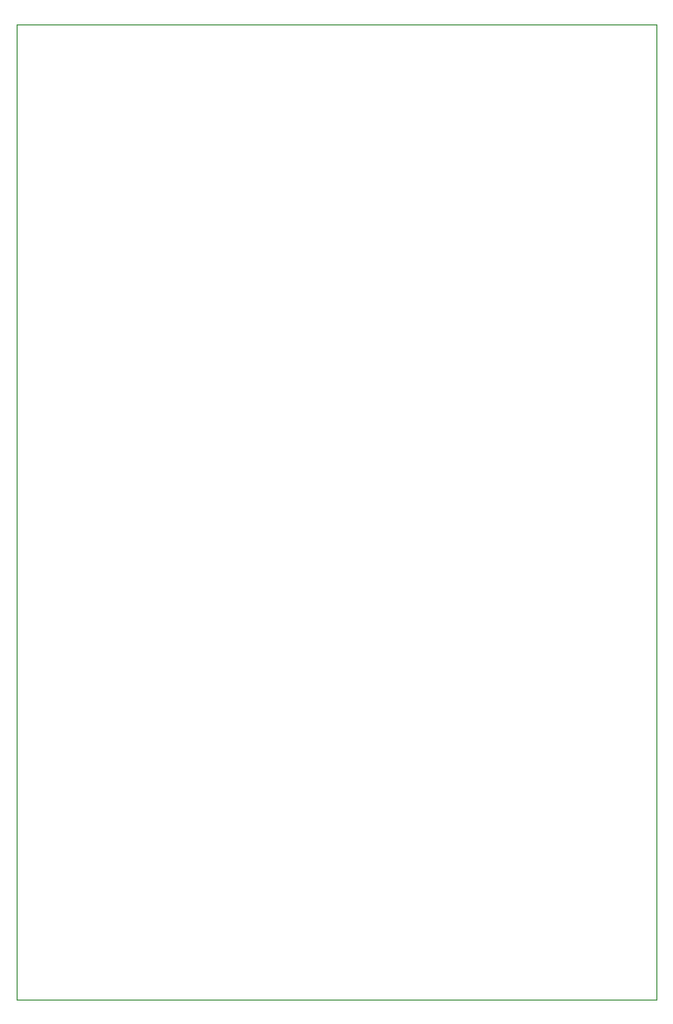
<source format=gbr>
%TF.GenerationSoftware,KiCad,Pcbnew,7.0.2*%
%TF.CreationDate,2023-05-23T14:23:01-07:00*%
%TF.ProjectId,CW308T_87C51,43573330-3854-45f3-9837-4335312e6b69,rev?*%
%TF.SameCoordinates,Original*%
%TF.FileFunction,Profile,NP*%
%FSLAX46Y46*%
G04 Gerber Fmt 4.6, Leading zero omitted, Abs format (unit mm)*
G04 Created by KiCad (PCBNEW 7.0.2) date 2023-05-23 14:23:01*
%MOMM*%
%LPD*%
G01*
G04 APERTURE LIST*
%TA.AperFunction,Profile*%
%ADD10C,0.050000*%
%TD*%
G04 APERTURE END LIST*
D10*
X44600000Y97100000D02*
X100100000Y97100000D01*
X100100000Y12600000D02*
X44600000Y12600000D01*
X100100000Y97100000D02*
X100100000Y12600000D01*
X44600000Y12600000D02*
X44600000Y97100000D01*
M02*

</source>
